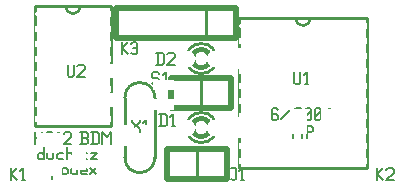
<source format=gbr>
G04 Title: (unknown), silkscreen, component side *
G04 Creator: pcb-bin 1.99p *
G04 CreationDate: Tue Aug 24 15:19:08 2004 UTC *
G04 For: marek *
G04 Format: Gerber/RS-274X *
G04 PCB-Dimensions: 145000 59000 *
G04 PCB-Coordinate-Origin: lower left *
%MOIN*%
%FSLAX24Y24*%
%IPPOS*%
%ADD11C,0.0150*%
%ADD12C,0.0600*%
%ADD13C,0.0800*%
%ADD14R,0.0600X0.0600*%
%ADD15R,0.0800X0.0800*%
%ADD16C,0.0080*%
%ADD17C,0.0660*%
%ADD18C,0.0100*%
%ADD19C,0.0200*%
%ADD20C,0.0500*%
%ADD21C,0.0260*%
%ADD22R,0.0200X0.0200*%
%ADD23R,0.0500X0.0500*%
%ADD24R,0.0260X0.0260*%
%ADD25R,0.0360X0.0360*%
%ADD26R,0.0560X0.0560*%
%ADD27R,0.0420X0.0420*%
%ADD28R,0.0480X0.0480*%
%ADD29R,0.0680X0.0680*%
%ADD30R,0.0540X0.0540*%
%ADD31C,0.0400*%
%LNGROUP_1*%
%LPD*%
G01X0Y0D02*
G04 Text: K2 *
G54D16*X13100Y450D02*Y50D01*
Y250D02*X13300Y450D01*
X13100Y250D02*X13300Y50D01*
X13420Y400D02*X13470Y450D01*
X13620D01*
X13670Y400D01*
Y300D01*
X13420Y50D02*X13670Y300D01*
X13420Y50D02*X13670D01*
G04 Text: K1 *
X900Y450D02*Y50D01*
Y250D02*X1100Y450D01*
X900Y250D02*X1100Y50D01*
X1270D02*X1370D01*
X1320Y450D02*Y50D01*
X1220Y350D02*X1320Y450D01*
G54D18*X4700Y2800D02*Y800D01*
X5700Y2800D02*Y800D01*
X4700D02*G75*G03X5700Y800I500J0D01*G01*
Y2800D02*G75*G03X4700Y2800I-500J0D01*G01*
X7250Y3600D02*G75*G03X7250Y3600I0J500D01*G01*
G54D11*Y3800D02*G75*G03X7250Y3800I0J300D01*G01*
G04 Text: D2 *
G54D16*X5800Y4300D02*Y3900D01*
X5950Y4300D02*X6000Y4250D01*
Y3950D01*
X5950Y3900D02*X6000Y3950D01*
X5750Y3900D02*X5950D01*
X5750Y4300D02*X5950D01*
X6120Y4250D02*X6170Y4300D01*
X6320D01*
X6370Y4250D01*
Y4150D01*
X6120Y3900D02*X6370Y4150D01*
X6120Y3900D02*X6370D01*
G54D18*X7250Y1300D02*G75*G03X7250Y1300I0J500D01*G01*
G54D11*Y1500D02*G75*G03X7250Y1500I0J300D01*G01*
G04 Text: D1 *
G54D16*X5900Y2250D02*Y1850D01*
X6050Y2250D02*X6100Y2200D01*
Y1900D01*
X6050Y1850D02*X6100Y1900D01*
X5850Y1850D02*X6050D01*
X5850Y2250D02*X6050D01*
X6270Y1850D02*X6370D01*
X6320Y2250D02*Y1850D01*
X6220Y2150D02*X6320Y2250D01*
G54D18*X8510Y450D02*Y5450D01*
X12780Y450D02*X8510D01*
X12780Y5450D02*Y450D01*
X10390Y5450D02*X12780D01*
X8510D02*X10890D01*
X10390D02*G75*G03X10890Y5450I250J0D01*G01*
G04 Text: U1 *
G54D16*X10350Y3650D02*Y3300D01*
X10400Y3250D01*
X10500D01*
X10550Y3300D01*
Y3650D02*Y3300D01*
X10720Y3250D02*X10820D01*
X10770Y3650D02*Y3250D01*
X10670Y3550D02*X10770Y3650D01*
G54D18*X1710Y5850D02*Y1850D01*
X4230D01*
Y5850D02*Y1850D01*
X2720Y5850D02*X4230D01*
X1710D02*X3220D01*
X2720D02*G75*G03X3220Y5850I250J0D01*G01*
G04 Text: U2 *
G54D16*X2800Y3900D02*Y3550D01*
X2850Y3500D01*
X2950D01*
X3000Y3550D01*
Y3900D02*Y3550D01*
X3120Y3850D02*X3170Y3900D01*
X3320D01*
X3370Y3850D01*
Y3750D01*
X3120Y3500D02*X3370Y3750D01*
X3120Y3500D02*X3370D01*
G54D18*X7250Y2450D02*X8250D01*
X7250Y3450D02*Y2450D01*
G54D19*X8250Y3450D02*Y2450D01*
X6250D02*X8250D01*
X6250Y3450D02*Y2450D01*
Y3450D02*X8250D01*
G04 Text: S1 *
G54D16*X5800Y3650D02*X5850Y3600D01*
X5650Y3650D02*X5800D01*
X5600Y3600D02*X5650Y3650D01*
X5600Y3600D02*Y3500D01*
X5650Y3450D01*
X5800D01*
X5850Y3400D01*
Y3300D01*
X5800Y3250D02*X5850Y3300D01*
X5650Y3250D02*X5800D01*
X5600Y3300D02*X5650Y3250D01*
X6020D02*X6120D01*
X6070Y3650D02*Y3250D01*
X5970Y3550D02*X6070Y3650D01*
G54D18*X7100Y100D02*X8100D01*
X7100Y1100D02*Y100D01*
G54D19*X8100Y1100D02*Y100D01*
X6100D02*X8100D01*
X6100Y1100D02*Y100D01*
Y1100D02*X8100D01*
G04 Text: J1 *
G54D16*X8250Y450D02*X8400D01*
Y100D01*
X8350Y50D02*X8400Y100D01*
X8300Y50D02*X8350D01*
X8250Y100D02*X8300Y50D01*
X8570D02*X8670D01*
X8620Y450D02*Y50D01*
X8520Y350D02*X8620Y450D01*
G54D18*X7400Y4800D02*X8400D01*
X7400Y5800D02*Y4800D01*
G54D19*X8400Y5800D02*Y4800D01*
X4400D02*X8400D01*
X4400Y5800D02*Y4800D01*
Y5800D02*X8400D01*
G04 Text: K3 *
G54D16*X4600Y4650D02*Y4250D01*
Y4450D02*X4800Y4650D01*
X4600Y4450D02*X4800Y4250D01*
X4920Y4600D02*X4970Y4650D01*
X5070D01*
X5120Y4600D01*
Y4300D01*
X5070Y4250D02*X5120Y4300D01*
X4970Y4250D02*X5070D01*
X4920Y4300D02*X4970Y4250D01*
Y4450D02*X5120D01*
G04 Text: MP *
X10300Y1850D02*Y1450D01*
Y1850D02*X10450Y1700D01*
X10600Y1850D01*
Y1450D01*
X10770Y1850D02*Y1450D01*
X10720Y1850D02*X10920D01*
X10970Y1800D01*
Y1700D01*
X10920Y1650D02*X10970Y1700D01*
X10770Y1650D02*X10920D01*
G04 Text: 6/2004 *
X9750Y2450D02*X9800Y2400D01*
X9650Y2450D02*X9750D01*
X9600Y2400D02*X9650Y2450D01*
X9600Y2400D02*Y2100D01*
X9650Y2050D01*
X9750Y2250D02*X9800Y2200D01*
X9600Y2250D02*X9750D01*
X9650Y2050D02*X9750D01*
X9800Y2100D01*
Y2200D02*Y2100D01*
X9920D02*X10220Y2400D01*
X10340D02*X10390Y2450D01*
X10540D01*
X10590Y2400D01*
Y2300D01*
X10340Y2050D02*X10590Y2300D01*
X10340Y2050D02*X10590D01*
X10710Y2100D02*X10760Y2050D01*
X10710Y2400D02*Y2100D01*
Y2400D02*X10760Y2450D01*
X10860D01*
X10910Y2400D01*
Y2100D01*
X10860Y2050D02*X10910Y2100D01*
X10760Y2050D02*X10860D01*
X10710Y2150D02*X10910Y2350D01*
X11030Y2100D02*X11080Y2050D01*
X11030Y2400D02*Y2100D01*
Y2400D02*X11080Y2450D01*
X11180D01*
X11230Y2400D01*
Y2100D01*
X11180Y2050D02*X11230Y2100D01*
X11080Y2050D02*X11180D01*
X11030Y2150D02*X11230Y2350D01*
X11350Y2250D02*X11550Y2450D01*
X11350Y2250D02*X11600D01*
X11550Y2450D02*Y2050D01*
G04 Text: /podex *
X1800Y300D02*X2100Y600D01*
X2270Y400D02*Y100D01*
X2220Y450D02*X2270Y400D01*
X2320Y450D01*
X2420D01*
X2470Y400D01*
Y300D01*
X2420Y250D02*X2470Y300D01*
X2320Y250D02*X2420D01*
X2270Y300D02*X2320Y250D01*
X2590Y400D02*Y300D01*
Y400D02*X2640Y450D01*
X2740D01*
X2790Y400D01*
Y300D01*
X2740Y250D02*X2790Y300D01*
X2640Y250D02*X2740D01*
X2590Y300D02*X2640Y250D01*
X3110Y650D02*Y250D01*
X3060D02*X3110Y300D01*
X2960Y250D02*X3060D01*
X2910Y300D02*X2960Y250D01*
X2910Y400D02*Y300D01*
Y400D02*X2960Y450D01*
X3060D01*
X3110Y400D01*
X3280Y250D02*X3430D01*
X3230Y300D02*X3280Y250D01*
X3230Y400D02*Y300D01*
Y400D02*X3280Y450D01*
X3380D01*
X3430Y400D01*
X3230Y350D02*X3430D01*
Y400D02*Y350D01*
X3550Y450D02*X3750Y250D01*
X3550D02*X3750Y450D01*
G04 Text: duch.cz *
X2000Y1150D02*Y750D01*
X1950D02*X2000Y800D01*
X1850Y750D02*X1950D01*
X1800Y800D02*X1850Y750D01*
X1800Y900D02*Y800D01*
Y900D02*X1850Y950D01*
X1950D01*
X2000Y900D01*
X2120Y950D02*Y800D01*
X2170Y750D01*
X2270D01*
X2320Y800D01*
Y950D02*Y800D01*
X2490Y950D02*X2640D01*
X2440Y900D02*X2490Y950D01*
X2440Y900D02*Y800D01*
X2490Y750D01*
X2640D01*
X2760Y1150D02*Y750D01*
Y900D02*X2810Y950D01*
X2910D01*
X2960Y900D01*
Y750D01*
X3080D02*X3130D01*
X3300Y950D02*X3450D01*
X3250Y900D02*X3300Y950D01*
X3250Y900D02*Y800D01*
X3300Y750D01*
X3450D01*
X3570Y950D02*X3770D01*
X3570Y750D02*X3770Y950D01*
X3570Y750D02*X3770D01*
G04 Text: HC12 BDM *
X1700Y1650D02*Y1250D01*
X1950Y1650D02*Y1250D01*
X1700Y1450D02*X1950D01*
X2120Y1250D02*X2270D01*
X2070Y1300D02*X2120Y1250D01*
X2070Y1600D02*Y1300D01*
Y1600D02*X2120Y1650D01*
X2270D01*
X2440Y1250D02*X2540D01*
X2490Y1650D02*Y1250D01*
X2390Y1550D02*X2490Y1650D01*
X2660Y1600D02*X2710Y1650D01*
X2860D01*
X2910Y1600D01*
Y1500D01*
X2660Y1250D02*X2910Y1500D01*
X2660Y1250D02*X2910D01*
X3210D02*X3410D01*
X3460Y1300D01*
Y1400D02*Y1300D01*
X3410Y1450D02*X3460Y1400D01*
X3260Y1450D02*X3410D01*
X3260Y1650D02*Y1250D01*
X3210Y1650D02*X3410D01*
X3460Y1600D01*
Y1500D01*
X3410Y1450D02*X3460Y1500D01*
X3630Y1650D02*Y1250D01*
X3780Y1650D02*X3830Y1600D01*
Y1300D01*
X3780Y1250D02*X3830Y1300D01*
X3580Y1250D02*X3780D01*
X3580Y1650D02*X3780D01*
X3950D02*Y1250D01*
Y1650D02*X4100Y1500D01*
X4250Y1650D01*
Y1250D01*
G04 Text: X1 *
X4950Y2050D02*Y2000D01*
X5200Y1750D01*
Y1650D01*
X4950Y1750D02*Y1650D01*
Y1750D02*X5200Y2000D01*
Y2050D02*Y2000D01*
X5370Y1650D02*X5470D01*
X5420Y2050D02*Y1650D01*
X5320Y1950D02*X5420Y2050D01*
%LNCUTS*%
%LPC*%
G54D12*X5200Y800D03*
Y2800D03*
X6750Y4100D03*
X7750D03*
X6750Y1800D03*
X7750D03*
X6750Y2950D03*
X13350Y790D02*X14100D01*
X400D02*X1150D01*
G54D19*X8610Y5200D02*X8890D01*
G54D22*X8610Y4700D02*X8890D01*
X8610Y4200D02*X8890D01*
X8610Y3700D02*X8890D01*
X8610Y3200D02*X8890D01*
X8610Y2700D02*X8890D01*
X8610Y2200D02*X8890D01*
X8610Y1700D02*X8890D01*
X8610Y1200D02*X8890D01*
X8610Y700D02*X8890D01*
X12400D02*X12680D01*
X12400Y1200D02*X12680D01*
X12400Y1700D02*X12680D01*
X12400Y2200D02*X12680D01*
X12400Y2700D02*X12680D01*
X12400Y3200D02*X12680D01*
X12400Y3700D02*X12680D01*
X12400Y4200D02*X12680D01*
X12400Y4700D02*X12680D01*
X12400Y5200D02*X12680D01*
G54D25*X5830Y2580D02*X6170D01*
X5830Y3220D02*X6170D01*
G54D19*X1810Y5600D02*X2090D01*
G54D22*X1810Y5100D02*X2090D01*
X1810Y4600D02*X2090D01*
X1810Y4100D02*X2090D01*
X1810Y3600D02*X2090D01*
X1810Y3100D02*X2090D01*
X1810Y2600D02*X2090D01*
X1810Y2100D02*X2090D01*
X3850D02*X4130D01*
X3850Y2600D02*X4130D01*
X3850Y3100D02*X4130D01*
X3850Y3600D02*X4130D01*
X3850Y4100D02*X4130D01*
X3850Y4600D02*X4130D01*
X3850Y5100D02*X4130D01*
X3850Y5600D02*X4130D01*
G54D28*X11480Y2180D02*Y1820D01*
X10520Y2180D02*Y1820D01*
G54D25*X8630Y4270D02*Y3930D01*
G54D28*X4130Y980D02*Y620D01*
X3170Y980D02*Y620D01*
X3970Y3680D02*X4330D01*
X3970Y2720D02*X4330D01*
X2020Y420D02*X2380D01*
X2020Y1380D02*X2380D01*
G54D25*X4830Y1720D02*Y1380D01*
X5470Y1720D02*Y1380D01*
G54D28*X3520Y5480D02*X3880D01*
X3520Y4520D02*X3880D01*
G54D25*X8630Y1970D02*Y1630D01*
M02*

</source>
